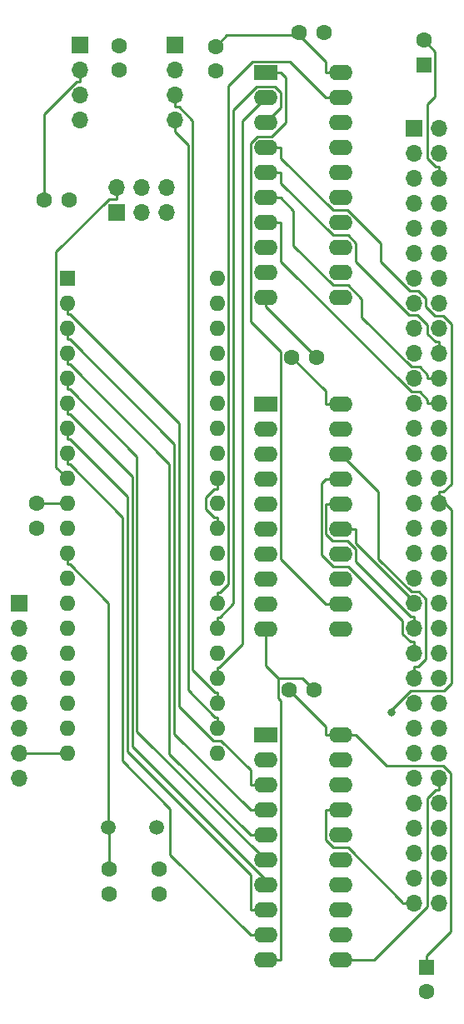
<source format=gbr>
%TF.GenerationSoftware,KiCad,Pcbnew,(6.0.2)*%
%TF.CreationDate,2022-09-22T22:37:32-07:00*%
%TF.ProjectId,Rosco I2C,526f7363-6f20-4493-9243-2e6b69636164,rev?*%
%TF.SameCoordinates,Original*%
%TF.FileFunction,Copper,L1,Top*%
%TF.FilePolarity,Positive*%
%FSLAX46Y46*%
G04 Gerber Fmt 4.6, Leading zero omitted, Abs format (unit mm)*
G04 Created by KiCad (PCBNEW (6.0.2)) date 2022-09-22 22:37:32*
%MOMM*%
%LPD*%
G01*
G04 APERTURE LIST*
%TA.AperFunction,ComponentPad*%
%ADD10C,1.600000*%
%TD*%
%TA.AperFunction,ComponentPad*%
%ADD11R,1.700000X1.700000*%
%TD*%
%TA.AperFunction,ComponentPad*%
%ADD12O,1.700000X1.700000*%
%TD*%
%TA.AperFunction,ComponentPad*%
%ADD13R,1.600000X1.600000*%
%TD*%
%TA.AperFunction,ComponentPad*%
%ADD14R,2.400000X1.600000*%
%TD*%
%TA.AperFunction,ComponentPad*%
%ADD15O,2.400000X1.600000*%
%TD*%
%TA.AperFunction,ComponentPad*%
%ADD16O,1.600000X1.600000*%
%TD*%
%TA.AperFunction,ComponentPad*%
%ADD17C,1.500000*%
%TD*%
%TA.AperFunction,ViaPad*%
%ADD18C,0.800000*%
%TD*%
%TA.AperFunction,Conductor*%
%ADD19C,0.250000*%
%TD*%
G04 APERTURE END LIST*
D10*
%TO.P,C2,1*%
%TO.N,GND*%
X177058000Y-38100000D03*
%TO.P,C2,2*%
%TO.N,VCC*%
X179558000Y-38100000D03*
%TD*%
D11*
%TO.P,J4,1,Pin_1*%
%TO.N,GND*%
X184419000Y-39375000D03*
D12*
%TO.P,J4,2,Pin_2*%
%TO.N,/~{RESET}*%
X184419000Y-36835000D03*
%TO.P,J4,3,Pin_3*%
%TO.N,/MOSI*%
X186959000Y-39375000D03*
%TO.P,J4,4,Pin_4*%
%TO.N,/SCK*%
X186959000Y-36835000D03*
%TO.P,J4,5,Pin_5*%
%TO.N,VCC*%
X189499000Y-39375000D03*
%TO.P,J4,6,Pin_6*%
%TO.N,/MISO*%
X189499000Y-36835000D03*
%TD*%
D10*
%TO.P,C3,1*%
%TO.N,VCC*%
X201950000Y-87884000D03*
%TO.P,C3,2*%
%TO.N,GND*%
X204450000Y-87884000D03*
%TD*%
D13*
%TO.P,C12,1*%
%TO.N,VCC*%
X215646000Y-24384000D03*
D10*
%TO.P,C12,2*%
%TO.N,GND*%
X215646000Y-21884000D03*
%TD*%
D13*
%TO.P,C11,1*%
%TO.N,VCC*%
X215900000Y-116078000D03*
D10*
%TO.P,C11,2*%
%TO.N,GND*%
X215900000Y-118578000D03*
%TD*%
%TO.P,C5,1*%
%TO.N,VCC*%
X202966000Y-21082000D03*
%TO.P,C5,2*%
%TO.N,GND*%
X205466000Y-21082000D03*
%TD*%
D14*
%TO.P,U2,1,A->B*%
%TO.N,/R~{W}*%
X199560000Y-92515000D03*
D15*
%TO.P,U2,2,A0*%
%TO.N,/D0*%
X199560000Y-95055000D03*
%TO.P,U2,3,A1*%
%TO.N,/D1*%
X199560000Y-97595000D03*
%TO.P,U2,4,A2*%
%TO.N,/D2*%
X199560000Y-100135000D03*
%TO.P,U2,5,A3*%
%TO.N,/D3*%
X199560000Y-102675000D03*
%TO.P,U2,6,A4*%
%TO.N,/D4*%
X199560000Y-105215000D03*
%TO.P,U2,7,A5*%
%TO.N,/D5*%
X199560000Y-107755000D03*
%TO.P,U2,8,A6*%
%TO.N,/D6*%
X199560000Y-110295000D03*
%TO.P,U2,9,A7*%
%TO.N,/D7*%
X199560000Y-112835000D03*
%TO.P,U2,10,GND*%
%TO.N,GND*%
X199560000Y-115375000D03*
%TO.P,U2,11,B7*%
%TO.N,/BUSD7*%
X207180000Y-115375000D03*
%TO.P,U2,12,B6*%
%TO.N,/BUSD6*%
X207180000Y-112835000D03*
%TO.P,U2,13,B5*%
%TO.N,/BUSD5*%
X207180000Y-110295000D03*
%TO.P,U2,14,B4*%
%TO.N,/BUSD4*%
X207180000Y-107755000D03*
%TO.P,U2,15,B3*%
%TO.N,/BUSD3*%
X207180000Y-105215000D03*
%TO.P,U2,16,B2*%
%TO.N,/BUSD2*%
X207180000Y-102675000D03*
%TO.P,U2,17,B1*%
%TO.N,/BUSD1*%
X207180000Y-100135000D03*
%TO.P,U2,18,B0*%
%TO.N,/BUSD0*%
X207180000Y-97595000D03*
%TO.P,U2,19,CE*%
%TO.N,/~{I2CENABLE}*%
X207180000Y-95055000D03*
%TO.P,U2,20,VCC*%
%TO.N,VCC*%
X207180000Y-92515000D03*
%TD*%
D11*
%TO.P,J3,1,Pin_1*%
%TO.N,VCC*%
X190350000Y-22400000D03*
D12*
%TO.P,J3,2,Pin_2*%
%TO.N,GND*%
X190350000Y-24940000D03*
%TO.P,J3,3,Pin_3*%
%TO.N,/SDA*%
X190350000Y-27480000D03*
%TO.P,J3,4,Pin_4*%
%TO.N,/SCL*%
X190350000Y-30020000D03*
%TD*%
D10*
%TO.P,C9,1*%
%TO.N,VCC*%
X184700000Y-22450000D03*
%TO.P,C9,2*%
%TO.N,GND*%
X184700000Y-24950000D03*
%TD*%
%TO.P,C4,1*%
%TO.N,VCC*%
X202204000Y-54102000D03*
%TO.P,C4,2*%
%TO.N,GND*%
X204704000Y-54102000D03*
%TD*%
D13*
%TO.P,U1,1,PB0*%
%TO.N,/D0*%
X179375000Y-46075000D03*
D16*
%TO.P,U1,2,PB1*%
%TO.N,/D1*%
X179375000Y-48615000D03*
%TO.P,U1,3,PB2*%
%TO.N,/D2*%
X179375000Y-51155000D03*
%TO.P,U1,4,PB3*%
%TO.N,/D3*%
X179375000Y-53695000D03*
%TO.P,U1,5,PB4*%
%TO.N,/D4*%
X179375000Y-56235000D03*
%TO.P,U1,6,PB5*%
%TO.N,/D5*%
X179375000Y-58775000D03*
%TO.P,U1,7,PB6*%
%TO.N,/D6*%
X179375000Y-61315000D03*
%TO.P,U1,8,PB7*%
%TO.N,/D7*%
X179375000Y-63855000D03*
%TO.P,U1,9,~{RESET}*%
%TO.N,/~{RESET}*%
X179375000Y-66395000D03*
%TO.P,U1,10,VCC*%
%TO.N,VCC*%
X179375000Y-68935000D03*
%TO.P,U1,11,GND*%
%TO.N,GND*%
X179375000Y-71475000D03*
%TO.P,U1,12,XTAL2*%
%TO.N,Net-(C6-Pad2)*%
X179375000Y-74015000D03*
%TO.P,U1,13,XTAL1*%
%TO.N,Net-(C1-Pad2)*%
X179375000Y-76555000D03*
%TO.P,U1,14,PD0*%
%TO.N,Net-(J5-Pad1)*%
X179375000Y-79095000D03*
%TO.P,U1,15,PD1*%
%TO.N,Net-(J5-Pad2)*%
X179375000Y-81635000D03*
%TO.P,U1,16,PD2*%
%TO.N,Net-(J5-Pad3)*%
X179375000Y-84175000D03*
%TO.P,U1,17,PD3*%
%TO.N,Net-(J5-Pad4)*%
X179375000Y-86715000D03*
%TO.P,U1,18,PD4*%
%TO.N,Net-(J5-Pad5)*%
X179375000Y-89255000D03*
%TO.P,U1,19,PD5*%
%TO.N,Net-(J5-Pad6)*%
X179375000Y-91795000D03*
%TO.P,U1,20,PD6*%
%TO.N,Net-(J5-Pad7)*%
X179375000Y-94335000D03*
%TO.P,U1,21,PD7*%
%TO.N,Net-(J5-Pad8)*%
X194615000Y-94335000D03*
%TO.P,U1,22,PC0*%
%TO.N,/SCL*%
X194615000Y-91795000D03*
%TO.P,U1,23,PC1*%
%TO.N,/SDA*%
X194615000Y-89255000D03*
%TO.P,U1,24,PC2*%
%TO.N,/R~{W}*%
X194615000Y-86715000D03*
%TO.P,U1,25,PC3*%
%TO.N,/~{LDS}*%
X194615000Y-84175000D03*
%TO.P,U1,26,PC4*%
%TO.N,/~{AS}*%
X194615000Y-81635000D03*
%TO.P,U1,27,PC5*%
%TO.N,/~{I2CENABLE}*%
X194615000Y-79095000D03*
%TO.P,U1,28,PC6*%
%TO.N,/~{DTACK}*%
X194615000Y-76555000D03*
%TO.P,U1,29,PC7*%
%TO.N,unconnected-(U1-Pad29)*%
X194615000Y-74015000D03*
%TO.P,U1,30,AVCC*%
%TO.N,VCC*%
X194615000Y-71475000D03*
%TO.P,U1,31,GND*%
%TO.N,GND*%
X194615000Y-68935000D03*
%TO.P,U1,32,AREF*%
%TO.N,VCC*%
X194615000Y-66395000D03*
%TO.P,U1,33,PA7*%
%TO.N,/A7*%
X194615000Y-63855000D03*
%TO.P,U1,34,PA6*%
%TO.N,/A6*%
X194615000Y-61315000D03*
%TO.P,U1,35,PA5*%
%TO.N,/A5*%
X194615000Y-58775000D03*
%TO.P,U1,36,PA4*%
%TO.N,/A4*%
X194615000Y-56235000D03*
%TO.P,U1,37,PA3*%
%TO.N,/A3*%
X194615000Y-53695000D03*
%TO.P,U1,38,PA2*%
%TO.N,/A2*%
X194615000Y-51155000D03*
%TO.P,U1,39,PA1*%
%TO.N,/A1*%
X194615000Y-48615000D03*
%TO.P,U1,40,PA0*%
%TO.N,unconnected-(U1-Pad40)*%
X194615000Y-46075000D03*
%TD*%
D10*
%TO.P,C8,1*%
%TO.N,VCC*%
X194450000Y-22500000D03*
%TO.P,C8,2*%
%TO.N,GND*%
X194450000Y-25000000D03*
%TD*%
D14*
%TO.P,U4,1,I1/CLK*%
%TO.N,/~{I2CSEL}*%
X199550000Y-25200000D03*
D15*
%TO.P,U4,2,I2*%
%TO.N,/R~{W}*%
X199550000Y-27740000D03*
%TO.P,U4,3,I3*%
%TO.N,/~{AS}*%
X199550000Y-30280000D03*
%TO.P,U4,4,I4*%
%TO.N,/~{LDS}*%
X199550000Y-32820000D03*
%TO.P,U4,5,I5*%
%TO.N,/FC0*%
X199550000Y-35360000D03*
%TO.P,U4,6,I6*%
%TO.N,/FC1*%
X199550000Y-37900000D03*
%TO.P,U4,7,I7*%
%TO.N,/FC2*%
X199550000Y-40440000D03*
%TO.P,U4,8,I8*%
%TO.N,/~{VPA}*%
X199550000Y-42980000D03*
%TO.P,U4,9,I9*%
%TO.N,unconnected-(U4-Pad9)*%
X199550000Y-45520000D03*
%TO.P,U4,10,GND*%
%TO.N,GND*%
X199550000Y-48060000D03*
%TO.P,U4,11,I10/~{OE}*%
%TO.N,unconnected-(U4-Pad11)*%
X207170000Y-48060000D03*
%TO.P,U4,12,IO8*%
%TO.N,unconnected-(U4-Pad12)*%
X207170000Y-45520000D03*
%TO.P,U4,13,IO7*%
%TO.N,unconnected-(U4-Pad13)*%
X207170000Y-42980000D03*
%TO.P,U4,14,IO6*%
%TO.N,unconnected-(U4-Pad14)*%
X207170000Y-40440000D03*
%TO.P,U4,15,IO5*%
%TO.N,unconnected-(U4-Pad15)*%
X207170000Y-37900000D03*
%TO.P,U4,16,IO4*%
%TO.N,unconnected-(U4-Pad16)*%
X207170000Y-35360000D03*
%TO.P,U4,17,I03*%
%TO.N,unconnected-(U4-Pad17)*%
X207170000Y-32820000D03*
%TO.P,U4,18,IO2*%
%TO.N,unconnected-(U4-Pad18)*%
X207170000Y-30280000D03*
%TO.P,U4,19,IO1*%
%TO.N,/~{I2CENABLE}*%
X207170000Y-27740000D03*
%TO.P,U4,20,VCC*%
%TO.N,VCC*%
X207170000Y-25200000D03*
%TD*%
D10*
%TO.P,C1,1*%
%TO.N,GND*%
X188740000Y-108642000D03*
%TO.P,C1,2*%
%TO.N,Net-(C1-Pad2)*%
X188740000Y-106142000D03*
%TD*%
D11*
%TO.P,J1,1,Pin_1*%
%TO.N,VCC*%
X180700000Y-22400000D03*
D12*
%TO.P,J1,2,Pin_2*%
%TO.N,GND*%
X180700000Y-24940000D03*
%TO.P,J1,3,Pin_3*%
%TO.N,/SDA*%
X180700000Y-27480000D03*
%TO.P,J1,4,Pin_4*%
%TO.N,/SCL*%
X180700000Y-30020000D03*
%TD*%
D14*
%TO.P,U3,1,I1/CLK*%
%TO.N,/A8*%
X199550000Y-58857500D03*
D15*
%TO.P,U3,2,I2*%
%TO.N,/A9*%
X199550000Y-61397500D03*
%TO.P,U3,3,I3*%
%TO.N,/A10*%
X199550000Y-63937500D03*
%TO.P,U3,4,I4*%
%TO.N,/A11*%
X199550000Y-66477500D03*
%TO.P,U3,5,I5*%
%TO.N,/A12*%
X199550000Y-69017500D03*
%TO.P,U3,6,I6*%
%TO.N,/A13*%
X199550000Y-71557500D03*
%TO.P,U3,7,I7*%
%TO.N,/A14*%
X199550000Y-74097500D03*
%TO.P,U3,8,I8*%
%TO.N,/A15*%
X199550000Y-76637500D03*
%TO.P,U3,9,I9*%
%TO.N,/A16*%
X199550000Y-79177500D03*
%TO.P,U3,10,GND*%
%TO.N,GND*%
X199550000Y-81717500D03*
%TO.P,U3,11,I10/~{OE}*%
%TO.N,/A17*%
X207170000Y-81717500D03*
%TO.P,U3,12,IO8*%
%TO.N,/~{I2CSEL}*%
X207170000Y-79177500D03*
%TO.P,U3,13,IO7*%
%TO.N,/A18*%
X207170000Y-76637500D03*
%TO.P,U3,14,IO6*%
%TO.N,/A19*%
X207170000Y-74097500D03*
%TO.P,U3,15,IO5*%
%TO.N,/A20*%
X207170000Y-71557500D03*
%TO.P,U3,16,IO4*%
%TO.N,/A21*%
X207170000Y-69017500D03*
%TO.P,U3,17,I03*%
%TO.N,/A22*%
X207170000Y-66477500D03*
%TO.P,U3,18,IO2*%
%TO.N,/A23*%
X207170000Y-63937500D03*
%TO.P,U3,19,IO1*%
%TO.N,unconnected-(U3-Pad19)*%
X207170000Y-61397500D03*
%TO.P,U3,20,VCC*%
%TO.N,VCC*%
X207170000Y-58857500D03*
%TD*%
D10*
%TO.P,C6,1*%
%TO.N,GND*%
X183660000Y-108642000D03*
%TO.P,C6,2*%
%TO.N,Net-(C6-Pad2)*%
X183660000Y-106142000D03*
%TD*%
%TO.P,C7,1*%
%TO.N,VCC*%
X176300000Y-68950000D03*
%TO.P,C7,2*%
%TO.N,GND*%
X176300000Y-71450000D03*
%TD*%
D11*
%TO.P,J2,1,Pin_1*%
%TO.N,/A1*%
X214662000Y-30866000D03*
D12*
%TO.P,J2,2,Pin_2*%
%TO.N,VCC*%
X217202000Y-30866000D03*
%TO.P,J2,3,Pin_3*%
%TO.N,/A2*%
X214662000Y-33406000D03*
%TO.P,J2,4,Pin_4*%
%TO.N,/CLK*%
X217202000Y-33406000D03*
%TO.P,J2,5,Pin_5*%
%TO.N,/A3*%
X214662000Y-35946000D03*
%TO.P,J2,6,Pin_6*%
%TO.N,GND*%
X217202000Y-35946000D03*
%TO.P,J2,7,Pin_7*%
%TO.N,/A4*%
X214662000Y-38486000D03*
%TO.P,J2,8,Pin_8*%
%TO.N,/~{VPA}*%
X217202000Y-38486000D03*
%TO.P,J2,9,Pin_9*%
%TO.N,/A5*%
X214662000Y-41026000D03*
%TO.P,J2,10,Pin_10*%
%TO.N,/E*%
X217202000Y-41026000D03*
%TO.P,J2,11,Pin_11*%
%TO.N,/A6*%
X214662000Y-43566000D03*
%TO.P,J2,12,Pin_12*%
%TO.N,/~{VMA}*%
X217202000Y-43566000D03*
%TO.P,J2,13,Pin_13*%
%TO.N,/A7*%
X214662000Y-46106000D03*
%TO.P,J2,14,Pin_14*%
%TO.N,/~{IRQ3}*%
X217202000Y-46106000D03*
%TO.P,J2,15,Pin_15*%
%TO.N,/A8*%
X214662000Y-48646000D03*
%TO.P,J2,16,Pin_16*%
%TO.N,/~{IOSEL}*%
X217202000Y-48646000D03*
%TO.P,J2,17,Pin_17*%
%TO.N,/A9*%
X214662000Y-51186000D03*
%TO.P,J2,18,Pin_18*%
%TO.N,/~{EXPSEL}*%
X217202000Y-51186000D03*
%TO.P,J2,19,Pin_19*%
%TO.N,/A10*%
X214662000Y-53726000D03*
%TO.P,J2,20,Pin_20*%
%TO.N,/FC0*%
X217202000Y-53726000D03*
%TO.P,J2,21,Pin_21*%
%TO.N,/A11*%
X214662000Y-56266000D03*
%TO.P,J2,22,Pin_22*%
%TO.N,/FC1*%
X217202000Y-56266000D03*
%TO.P,J2,23,Pin_23*%
%TO.N,/A12*%
X214662000Y-58806000D03*
%TO.P,J2,24,Pin_24*%
%TO.N,/FC2*%
X217202000Y-58806000D03*
%TO.P,J2,25,Pin_25*%
%TO.N,/A13*%
X214662000Y-61346000D03*
%TO.P,J2,26,Pin_26*%
%TO.N,/~{IRQ5}*%
X217202000Y-61346000D03*
%TO.P,J2,27,Pin_27*%
%TO.N,/A14*%
X214662000Y-63886000D03*
%TO.P,J2,28,Pin_28*%
%TO.N,/~{IRQ2}*%
X217202000Y-63886000D03*
%TO.P,J2,29,Pin_29*%
%TO.N,/A15*%
X214662000Y-66426000D03*
%TO.P,J2,30,Pin_30*%
%TO.N,/~{IRQ6}*%
X217202000Y-66426000D03*
%TO.P,J2,31,Pin_31*%
%TO.N,/A16*%
X214662000Y-68966000D03*
%TO.P,J2,32,Pin_32*%
%TO.N,/~{LDS}*%
X217202000Y-68966000D03*
%TO.P,J2,33,Pin_33*%
%TO.N,/A17*%
X214662000Y-71506000D03*
%TO.P,J2,34,Pin_34*%
%TO.N,/~{UDS}*%
X217202000Y-71506000D03*
%TO.P,J2,35,Pin_35*%
%TO.N,/A18*%
X214662000Y-74046000D03*
%TO.P,J2,36,Pin_36*%
%TO.N,/~{RESET}*%
X217202000Y-74046000D03*
%TO.P,J2,37,Pin_37*%
%TO.N,/A19*%
X214662000Y-76586000D03*
%TO.P,J2,38,Pin_38*%
%TO.N,/D15*%
X217202000Y-76586000D03*
%TO.P,J2,39,Pin_39*%
%TO.N,/A20*%
X214662000Y-79126000D03*
%TO.P,J2,40,Pin_40*%
%TO.N,/D14*%
X217202000Y-79126000D03*
%TO.P,J2,41,Pin_41*%
%TO.N,/A21*%
X214662000Y-81666000D03*
%TO.P,J2,42,Pin_42*%
%TO.N,/D13*%
X217202000Y-81666000D03*
%TO.P,J2,43,Pin_43*%
%TO.N,/A22*%
X214662000Y-84206000D03*
%TO.P,J2,44,Pin_44*%
%TO.N,/D12*%
X217202000Y-84206000D03*
%TO.P,J2,45,Pin_45*%
%TO.N,/A23*%
X214662000Y-86746000D03*
%TO.P,J2,46,Pin_46*%
%TO.N,/D11*%
X217202000Y-86746000D03*
%TO.P,J2,47,Pin_47*%
%TO.N,/~{AS}*%
X214662000Y-89286000D03*
%TO.P,J2,48,Pin_48*%
%TO.N,/D10*%
X217202000Y-89286000D03*
%TO.P,J2,49,Pin_49*%
%TO.N,/~{BERR}*%
X214662000Y-91826000D03*
%TO.P,J2,50,Pin_50*%
%TO.N,/D9*%
X217202000Y-91826000D03*
%TO.P,J2,51,Pin_51*%
%TO.N,/~{BG}*%
X214662000Y-94366000D03*
%TO.P,J2,52,Pin_52*%
%TO.N,/D8*%
X217202000Y-94366000D03*
%TO.P,J2,53,Pin_53*%
%TO.N,/~{BGACK}*%
X214662000Y-96906000D03*
%TO.P,J2,54,Pin_54*%
%TO.N,/BUSD7*%
X217202000Y-96906000D03*
%TO.P,J2,55,Pin_55*%
%TO.N,/~{BR}*%
X214662000Y-99446000D03*
%TO.P,J2,56,Pin_56*%
%TO.N,/BUSD6*%
X217202000Y-99446000D03*
%TO.P,J2,57,Pin_57*%
%TO.N,/~{DTACK}*%
X214662000Y-101986000D03*
%TO.P,J2,58,Pin_58*%
%TO.N,/BUSD5*%
X217202000Y-101986000D03*
%TO.P,J2,59,Pin_59*%
%TO.N,/R~{W}*%
X214662000Y-104526000D03*
%TO.P,J2,60,Pin_60*%
%TO.N,/BUSD4*%
X217202000Y-104526000D03*
%TO.P,J2,61,Pin_61*%
%TO.N,/BUSD0*%
X214662000Y-107066000D03*
%TO.P,J2,62,Pin_62*%
%TO.N,/BUSD3*%
X217202000Y-107066000D03*
%TO.P,J2,63,Pin_63*%
%TO.N,/BUSD1*%
X214662000Y-109606000D03*
%TO.P,J2,64,Pin_64*%
%TO.N,/BUSD2*%
X217202000Y-109606000D03*
%TD*%
D11*
%TO.P,J5,1,Pin_1*%
%TO.N,Net-(J5-Pad1)*%
X174525000Y-79125000D03*
D12*
%TO.P,J5,2,Pin_2*%
%TO.N,Net-(J5-Pad2)*%
X174525000Y-81665000D03*
%TO.P,J5,3,Pin_3*%
%TO.N,Net-(J5-Pad3)*%
X174525000Y-84205000D03*
%TO.P,J5,4,Pin_4*%
%TO.N,Net-(J5-Pad4)*%
X174525000Y-86745000D03*
%TO.P,J5,5,Pin_5*%
%TO.N,Net-(J5-Pad5)*%
X174525000Y-89285000D03*
%TO.P,J5,6,Pin_6*%
%TO.N,Net-(J5-Pad6)*%
X174525000Y-91825000D03*
%TO.P,J5,7,Pin_7*%
%TO.N,Net-(J5-Pad7)*%
X174525000Y-94365000D03*
%TO.P,J5,8,Pin_8*%
%TO.N,Net-(J5-Pad8)*%
X174525000Y-96905000D03*
%TD*%
D17*
%TO.P,Y1,1,1*%
%TO.N,Net-(C6-Pad2)*%
X183600000Y-101850000D03*
%TO.P,Y1,2,2*%
%TO.N,Net-(C1-Pad2)*%
X188480000Y-101850000D03*
%TD*%
D18*
%TO.N,/~{LDS}*%
X212332500Y-90219700D03*
%TD*%
D19*
%TO.N,Net-(J5-Pad7)*%
X178219700Y-94365000D02*
X178249700Y-94335000D01*
X174525000Y-94365000D02*
X178219700Y-94365000D01*
X179375000Y-94335000D02*
X178249700Y-94335000D01*
%TO.N,Net-(C6-Pad2)*%
X183660000Y-101910000D02*
X183600000Y-101850000D01*
X183660000Y-106142000D02*
X183660000Y-101910000D01*
X179656300Y-75140300D02*
X179375000Y-75140300D01*
X183600000Y-79084000D02*
X179656300Y-75140300D01*
X183600000Y-101850000D02*
X183600000Y-79084000D01*
X179375000Y-74015000D02*
X179375000Y-75140300D01*
%TO.N,/~{I2CSEL}*%
X201587900Y-25712600D02*
X201075300Y-25200000D01*
X201587900Y-30257900D02*
X201587900Y-25712600D01*
X200168500Y-31677300D02*
X201587900Y-30257900D01*
X198695400Y-31677300D02*
X200168500Y-31677300D01*
X198016600Y-32356100D02*
X198695400Y-31677300D01*
X198016600Y-50465000D02*
X198016600Y-32356100D01*
X201078600Y-53527000D02*
X198016600Y-50465000D01*
X201078600Y-74611400D02*
X201078600Y-53527000D01*
X205644700Y-79177500D02*
X201078600Y-74611400D01*
X207170000Y-79177500D02*
X205644700Y-79177500D01*
X199550000Y-25200000D02*
X201075300Y-25200000D01*
%TO.N,/~{I2CENABLE}*%
X194896400Y-77969700D02*
X194615000Y-77969700D01*
X195740300Y-77125800D02*
X194896400Y-77969700D01*
X195740300Y-26536000D02*
X195740300Y-77125800D01*
X198201700Y-24074600D02*
X195740300Y-26536000D01*
X201979300Y-24074600D02*
X198201700Y-24074600D01*
X205644700Y-27740000D02*
X201979300Y-24074600D01*
X207170000Y-27740000D02*
X205644700Y-27740000D01*
X194615000Y-79095000D02*
X194615000Y-77969700D01*
%TO.N,/D7*%
X179375000Y-63855000D02*
X179375000Y-64980300D01*
X199560000Y-112835000D02*
X198034700Y-112835000D01*
X189865400Y-104665700D02*
X198034700Y-112835000D01*
X189865400Y-99970400D02*
X189865400Y-104665700D01*
X185012600Y-95117600D02*
X189865400Y-99970400D01*
X185012600Y-70336600D02*
X185012600Y-95117600D01*
X179656300Y-64980300D02*
X185012600Y-70336600D01*
X179375000Y-64980300D02*
X179656300Y-64980300D01*
%TO.N,/D6*%
X198034700Y-106685200D02*
X198034700Y-110295000D01*
X185517500Y-94168000D02*
X198034700Y-106685200D01*
X185517500Y-68301500D02*
X185517500Y-94168000D01*
X179656300Y-62440300D02*
X185517500Y-68301500D01*
X179375000Y-62440300D02*
X179656300Y-62440300D01*
X179375000Y-61315000D02*
X179375000Y-62440300D01*
X199560000Y-110295000D02*
X198034700Y-110295000D01*
%TO.N,/D5*%
X179375000Y-58775000D02*
X179375000Y-59900300D01*
X179656300Y-59900300D02*
X179375000Y-59900300D01*
X186022400Y-66266400D02*
X179656300Y-59900300D01*
X186022400Y-93669100D02*
X186022400Y-66266400D01*
X199560000Y-107206700D02*
X186022400Y-93669100D01*
X199560000Y-107755000D02*
X199560000Y-107206700D01*
%TO.N,/D4*%
X179375000Y-56235000D02*
X179375000Y-57360300D01*
X179656300Y-57360300D02*
X179375000Y-57360300D01*
X186472800Y-64176800D02*
X179656300Y-57360300D01*
X186472800Y-92127800D02*
X186472800Y-64176800D01*
X199560000Y-105215000D02*
X186472800Y-92127800D01*
%TO.N,/D3*%
X199560000Y-102675000D02*
X198034700Y-102675000D01*
X179375000Y-53695000D02*
X179375000Y-54820300D01*
X179656300Y-54820300D02*
X179375000Y-54820300D01*
X189772800Y-64936800D02*
X179656300Y-54820300D01*
X189772800Y-94413100D02*
X189772800Y-64936800D01*
X198034700Y-102675000D02*
X189772800Y-94413100D01*
%TO.N,/D2*%
X179375000Y-51155000D02*
X179375000Y-52280300D01*
X199560000Y-100135000D02*
X198034700Y-100135000D01*
X179656300Y-52280300D02*
X179375000Y-52280300D01*
X190277700Y-62901700D02*
X179656300Y-52280300D01*
X190277700Y-92378000D02*
X190277700Y-62901700D01*
X198034700Y-100135000D02*
X190277700Y-92378000D01*
%TO.N,/D1*%
X198034700Y-96069700D02*
X198034700Y-97595000D01*
X195030000Y-93065000D02*
X198034700Y-96069700D01*
X194228400Y-93065000D02*
X195030000Y-93065000D01*
X190728100Y-89564700D02*
X194228400Y-93065000D01*
X190728100Y-60812100D02*
X190728100Y-89564700D01*
X179656300Y-49740300D02*
X190728100Y-60812100D01*
X179375000Y-49740300D02*
X179656300Y-49740300D01*
X179375000Y-48615000D02*
X179375000Y-49740300D01*
X199560000Y-97595000D02*
X198034700Y-97595000D01*
%TO.N,/BUSD1*%
X205654700Y-103141400D02*
X205654700Y-100135000D01*
X206458300Y-103945000D02*
X205654700Y-103141400D01*
X207972600Y-103945000D02*
X206458300Y-103945000D01*
X213486700Y-109459100D02*
X207972600Y-103945000D01*
X213486700Y-109606000D02*
X213486700Y-109459100D01*
X214662000Y-109606000D02*
X213486700Y-109606000D01*
X207180000Y-100135000D02*
X205654700Y-100135000D01*
%TO.N,/R~{W}*%
X197173500Y-30116500D02*
X199550000Y-27740000D01*
X197173500Y-83263400D02*
X197173500Y-30116500D01*
X194847200Y-85589700D02*
X197173500Y-83263400D01*
X194615000Y-85589700D02*
X194847200Y-85589700D01*
X194615000Y-86715000D02*
X194615000Y-85589700D01*
%TO.N,/BUSD7*%
X210559700Y-115375000D02*
X207180000Y-115375000D01*
X216026700Y-109908000D02*
X210559700Y-115375000D01*
X216026700Y-98889200D02*
X216026700Y-109908000D01*
X216834600Y-98081300D02*
X216026700Y-98889200D01*
X217202000Y-98081300D02*
X216834600Y-98081300D01*
X217202000Y-96906000D02*
X217202000Y-98081300D01*
%TO.N,/~{AS}*%
X194615000Y-81635000D02*
X194615000Y-80509700D01*
X201092100Y-28737900D02*
X199550000Y-30280000D01*
X201092100Y-27211300D02*
X201092100Y-28737900D01*
X200477800Y-26597000D02*
X201092100Y-27211300D01*
X198654200Y-26597000D02*
X200477800Y-26597000D01*
X196297600Y-28953600D02*
X198654200Y-26597000D01*
X196297600Y-79108400D02*
X196297600Y-28953600D01*
X194896300Y-80509700D02*
X196297600Y-79108400D01*
X194615000Y-80509700D02*
X194896300Y-80509700D01*
%TO.N,/A23*%
X211025200Y-67792700D02*
X207170000Y-63937500D01*
X211025200Y-74611400D02*
X211025200Y-67792700D01*
X214364400Y-77950600D02*
X211025200Y-74611400D01*
X215151400Y-77950600D02*
X214364400Y-77950600D01*
X215837400Y-78636600D02*
X215151400Y-77950600D01*
X215837400Y-84762600D02*
X215837400Y-78636600D01*
X215029300Y-85570700D02*
X215837400Y-84762600D01*
X214662000Y-85570700D02*
X215029300Y-85570700D01*
X214662000Y-86746000D02*
X214662000Y-85570700D01*
%TO.N,/A22*%
X205194400Y-66927800D02*
X205644700Y-66477500D01*
X205194400Y-74161500D02*
X205194400Y-66927800D01*
X206400400Y-75367500D02*
X205194400Y-74161500D01*
X207951200Y-75367500D02*
X206400400Y-75367500D01*
X213486700Y-80903000D02*
X207951200Y-75367500D01*
X213486700Y-82222800D02*
X213486700Y-80903000D01*
X214294600Y-83030700D02*
X213486700Y-82222800D01*
X214662000Y-83030700D02*
X214294600Y-83030700D01*
X214662000Y-84206000D02*
X214662000Y-83030700D01*
X207170000Y-66477500D02*
X205644700Y-66477500D01*
%TO.N,/A21*%
X214294700Y-80490700D02*
X214662000Y-80490700D01*
X208695300Y-74891300D02*
X214294700Y-80490700D01*
X208695300Y-73631300D02*
X208695300Y-74891300D01*
X207829400Y-72765400D02*
X208695300Y-73631300D01*
X206344300Y-72765400D02*
X207829400Y-72765400D01*
X205644700Y-72065800D02*
X206344300Y-72765400D01*
X205644700Y-69017500D02*
X205644700Y-72065800D01*
X214662000Y-81666000D02*
X214662000Y-80490700D01*
X207170000Y-69017500D02*
X205644700Y-69017500D01*
%TO.N,/A20*%
X207170000Y-71557500D02*
X208695300Y-71557500D01*
X208695300Y-72994400D02*
X208695300Y-71557500D01*
X214662000Y-78961100D02*
X208695300Y-72994400D01*
X214662000Y-79126000D02*
X214662000Y-78961100D01*
%TO.N,/~{RESET}*%
X183611000Y-38010300D02*
X184419000Y-38010300D01*
X178249600Y-43371700D02*
X183611000Y-38010300D01*
X178249600Y-65269600D02*
X178249600Y-43371700D01*
X179375000Y-66395000D02*
X178249600Y-65269600D01*
X184419000Y-36835000D02*
X184419000Y-38010300D01*
%TO.N,/~{LDS}*%
X201075300Y-33868600D02*
X201075300Y-32820000D01*
X206376700Y-39170000D02*
X201075300Y-33868600D01*
X207896700Y-39170000D02*
X206376700Y-39170000D01*
X211229100Y-42502400D02*
X207896700Y-39170000D01*
X211229100Y-44393000D02*
X211229100Y-42502400D01*
X214212100Y-47376000D02*
X211229100Y-44393000D01*
X215093000Y-47376000D02*
X214212100Y-47376000D01*
X215837400Y-48120400D02*
X215093000Y-47376000D01*
X215837400Y-48974900D02*
X215837400Y-48120400D01*
X216763800Y-49901300D02*
X215837400Y-48974900D01*
X217579800Y-49901300D02*
X216763800Y-49901300D01*
X218403300Y-50724800D02*
X217579800Y-49901300D01*
X218403300Y-66956700D02*
X218403300Y-50724800D01*
X217569300Y-67790700D02*
X218403300Y-66956700D01*
X217202000Y-67790700D02*
X217569300Y-67790700D01*
X199550000Y-32820000D02*
X201075300Y-32820000D01*
X217202000Y-68966000D02*
X217202000Y-68378300D01*
X217202000Y-68378300D02*
X217202000Y-67790700D01*
X212332500Y-89944100D02*
X212332500Y-90219700D01*
X214260600Y-88016000D02*
X212332500Y-89944100D01*
X217667100Y-88016000D02*
X214260600Y-88016000D01*
X218455200Y-87227900D02*
X217667100Y-88016000D01*
X218455200Y-69631500D02*
X218455200Y-87227900D01*
X217202000Y-68378300D02*
X218455200Y-69631500D01*
%TO.N,/FC2*%
X199550000Y-40440000D02*
X201075300Y-40440000D01*
X217202000Y-58806000D02*
X216026700Y-58806000D01*
X201075300Y-44370100D02*
X201075300Y-40440000D01*
X214335900Y-57630700D02*
X201075300Y-44370100D01*
X215218800Y-57630700D02*
X214335900Y-57630700D01*
X216026700Y-58438600D02*
X215218800Y-57630700D01*
X216026700Y-58806000D02*
X216026700Y-58438600D01*
%TO.N,/FC1*%
X202369200Y-39193900D02*
X201075300Y-37900000D01*
X202369200Y-42735600D02*
X202369200Y-39193900D01*
X206423600Y-46790000D02*
X202369200Y-42735600D01*
X207910800Y-46790000D02*
X206423600Y-46790000D01*
X209331900Y-48211100D02*
X207910800Y-46790000D01*
X209331900Y-50077000D02*
X209331900Y-48211100D01*
X214345600Y-55090700D02*
X209331900Y-50077000D01*
X215218800Y-55090700D02*
X214345600Y-55090700D01*
X216026700Y-55898600D02*
X215218800Y-55090700D01*
X216026700Y-56266000D02*
X216026700Y-55898600D01*
X217202000Y-56266000D02*
X216026700Y-56266000D01*
X199550000Y-37900000D02*
X201075300Y-37900000D01*
%TO.N,/FC0*%
X216834600Y-52550700D02*
X217202000Y-52550700D01*
X216026700Y-51742800D02*
X216834600Y-52550700D01*
X216026700Y-50856000D02*
X216026700Y-51742800D01*
X214992100Y-49821400D02*
X216026700Y-50856000D01*
X214146600Y-49821400D02*
X214992100Y-49821400D01*
X208695400Y-44370200D02*
X214146600Y-49821400D01*
X208695400Y-42496200D02*
X208695400Y-44370200D01*
X207909200Y-41710000D02*
X208695400Y-42496200D01*
X206376700Y-41710000D02*
X207909200Y-41710000D01*
X201075300Y-36408600D02*
X206376700Y-41710000D01*
X201075300Y-35360000D02*
X201075300Y-36408600D01*
X199550000Y-35360000D02*
X201075300Y-35360000D01*
X217202000Y-53726000D02*
X217202000Y-52550700D01*
%TO.N,/SCL*%
X190350000Y-30020000D02*
X190350000Y-31195300D01*
X194615000Y-91795000D02*
X194615000Y-90669700D01*
X191660200Y-32505500D02*
X190350000Y-31195300D01*
X191660200Y-87907700D02*
X191660200Y-32505500D01*
X194422200Y-90669700D02*
X191660200Y-87907700D01*
X194615000Y-90669700D02*
X194422200Y-90669700D01*
%TO.N,/SDA*%
X194615000Y-89255000D02*
X194615000Y-88129700D01*
X190350000Y-27480000D02*
X190350000Y-28655300D01*
X190717400Y-28655300D02*
X190350000Y-28655300D01*
X192133500Y-30071400D02*
X190717400Y-28655300D01*
X192133500Y-85852800D02*
X192133500Y-30071400D01*
X194410400Y-88129700D02*
X192133500Y-85852800D01*
X194615000Y-88129700D02*
X194410400Y-88129700D01*
%TO.N,GND*%
X216774700Y-23012700D02*
X215646000Y-21884000D01*
X216774700Y-27629500D02*
X216774700Y-23012700D01*
X215988700Y-28415500D02*
X216774700Y-27629500D01*
X215988700Y-33924700D02*
X215988700Y-28415500D01*
X216834700Y-34770700D02*
X215988700Y-33924700D01*
X217202000Y-34770700D02*
X216834700Y-34770700D01*
X217202000Y-35946000D02*
X217202000Y-34770700D01*
X180700000Y-24940000D02*
X180700000Y-26115300D01*
X199560000Y-115375000D02*
X201085300Y-115375000D01*
X199550000Y-48948000D02*
X199550000Y-48060000D01*
X204704000Y-54102000D02*
X199550000Y-48948000D01*
X177058000Y-29390000D02*
X177058000Y-38100000D01*
X180332700Y-26115300D02*
X177058000Y-29390000D01*
X180700000Y-26115300D02*
X180332700Y-26115300D01*
X201085300Y-89009300D02*
X201085300Y-115375000D01*
X200797400Y-88721400D02*
X201085300Y-89009300D01*
X200797400Y-86707800D02*
X200797400Y-88721400D01*
X199550000Y-85460400D02*
X200797400Y-86707800D01*
X199550000Y-81717500D02*
X199550000Y-85460400D01*
X203273800Y-86707800D02*
X204450000Y-87884000D01*
X200797400Y-86707800D02*
X203273800Y-86707800D01*
%TO.N,VCC*%
X207170000Y-25200000D02*
X205644700Y-25200000D01*
X202966000Y-21388800D02*
X202966000Y-21082000D01*
X205644700Y-24067500D02*
X202966000Y-21388800D01*
X205644700Y-25200000D02*
X205644700Y-24067500D01*
X195561200Y-21388800D02*
X194450000Y-22500000D01*
X202966000Y-21388800D02*
X195561200Y-21388800D01*
X205644700Y-57542700D02*
X205644700Y-58857500D01*
X202204000Y-54102000D02*
X205644700Y-57542700D01*
X207170000Y-58857500D02*
X205644700Y-58857500D01*
X218391500Y-112461200D02*
X215900000Y-114952700D01*
X218391500Y-96407200D02*
X218391500Y-112461200D01*
X217620300Y-95636000D02*
X218391500Y-96407200D01*
X211826300Y-95636000D02*
X217620300Y-95636000D01*
X208705300Y-92515000D02*
X211826300Y-95636000D01*
X207180000Y-92515000D02*
X208705300Y-92515000D01*
X215900000Y-116078000D02*
X215900000Y-114952700D01*
X205654700Y-91588700D02*
X205654700Y-92515000D01*
X201950000Y-87884000D02*
X205654700Y-91588700D01*
X207180000Y-92515000D02*
X205654700Y-92515000D01*
X194333600Y-70349700D02*
X194615000Y-70349700D01*
X193489700Y-69505800D02*
X194333600Y-70349700D01*
X193489700Y-68364300D02*
X193489700Y-69505800D01*
X194333700Y-67520300D02*
X193489700Y-68364300D01*
X194615000Y-67520300D02*
X194333700Y-67520300D01*
X194615000Y-66395000D02*
X194615000Y-67520300D01*
X194615000Y-71475000D02*
X194615000Y-70349700D01*
X178234700Y-68950000D02*
X178249700Y-68935000D01*
X176300000Y-68950000D02*
X178234700Y-68950000D01*
X179375000Y-68935000D02*
X178249700Y-68935000D01*
%TD*%
M02*

</source>
